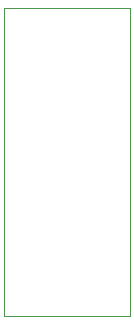
<source format=gbr>
%TF.GenerationSoftware,KiCad,Pcbnew,(6.0.9)*%
%TF.CreationDate,2023-01-16T13:28:43+00:00*%
%TF.ProjectId,Buffer_Bypass,42756666-6572-45f4-9279-706173732e6b,rev?*%
%TF.SameCoordinates,Original*%
%TF.FileFunction,Profile,NP*%
%FSLAX46Y46*%
G04 Gerber Fmt 4.6, Leading zero omitted, Abs format (unit mm)*
G04 Created by KiCad (PCBNEW (6.0.9)) date 2023-01-16 13:28:43*
%MOMM*%
%LPD*%
G01*
G04 APERTURE LIST*
%TA.AperFunction,Profile*%
%ADD10C,0.100000*%
%TD*%
G04 APERTURE END LIST*
D10*
X125736000Y-63424000D02*
X125736000Y-89474000D01*
X125736000Y-89474000D02*
X115036000Y-89474000D01*
X115036000Y-89474000D02*
X115036000Y-63424000D01*
X115036000Y-63424000D02*
X125736000Y-63424000D01*
M02*

</source>
